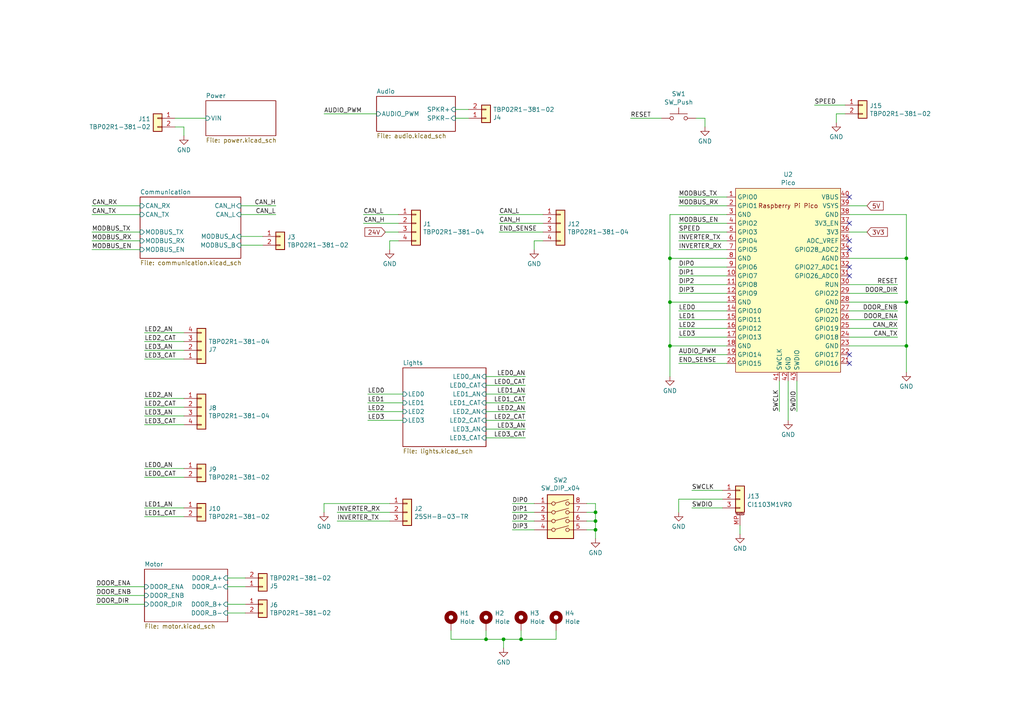
<source format=kicad_sch>
(kicad_sch (version 20230121) (generator eeschema)
  (paper "A4")
  (lib_symbols
    (symbol "Connector_Generic:Conn_01x02" (pin_names (offset 1.016) hide)
      (property "Reference" "J" (at 0 2.54 0))
      (property "Value" "Conn_01x02" (at 0 -5.08 0))
      (symbol "Conn_01x02_1_1"
        (rectangle (start -1.27 -2.413) (end 0 -2.667) (stroke (width 0.1524)))
        (rectangle (start -1.27 0.127) (end 0 -0.127) (stroke (width 0.1524)))
        (rectangle (start -1.27 1.27) (end 1.27 -3.81) (stroke (width 0.254)) (fill (type background)))
        (pin passive line (at -5.08 0 0) (length 3.81) (name "Pin_1") (number "1"))
        (pin passive line (at -5.08 -2.54 0) (length 3.81) (name "Pin_2") (number "2"))
      )
    )
    (symbol "Connector_Generic:Conn_01x03" (pin_names (offset 1.016) hide)
      (property "Reference" "J" (at 0 5.08 0))
      (property "Value" "Conn_01x03" (at 0 -5.08 0))
      (symbol "Conn_01x03_1_1"
        (rectangle (start -1.27 -2.413) (end 0 -2.667) (stroke (width 0.1524)))
        (rectangle (start -1.27 0.127) (end 0 -0.127) (stroke (width 0.1524)))
        (rectangle (start -1.27 2.667) (end 0 2.413) (stroke (width 0.1524)))
        (rectangle (start -1.27 3.81) (end 1.27 -3.81) (stroke (width 0.254)) (fill (type background)))
        (pin passive line (at -5.08 2.54 0) (length 3.81) (name "Pin_1") (number "1"))
        (pin passive line (at -5.08 0 0) (length 3.81) (name "Pin_2") (number "2"))
        (pin passive line (at -5.08 -2.54 0) (length 3.81) (name "Pin_3") (number "3"))
      )
    )
    (symbol "Connector_Generic:Conn_01x04" (pin_names (offset 1.016) hide)
      (property "Reference" "J" (at 0 5.08 0))
      (property "Value" "Conn_01x04" (at 0 -7.62 0))
      (symbol "Conn_01x04_1_1"
        (rectangle (start -1.27 -4.953) (end 0 -5.207) (stroke (width 0.1524)))
        (rectangle (start -1.27 -2.413) (end 0 -2.667) (stroke (width 0.1524)))
        (rectangle (start -1.27 0.127) (end 0 -0.127) (stroke (width 0.1524)))
        (rectangle (start -1.27 2.667) (end 0 2.413) (stroke (width 0.1524)))
        (rectangle (start -1.27 3.81) (end 1.27 -6.35) (stroke (width 0.254)) (fill (type background)))
        (pin passive line (at -5.08 2.54 0) (length 3.81) (name "Pin_1") (number "1"))
        (pin passive line (at -5.08 0 0) (length 3.81) (name "Pin_2") (number "2"))
        (pin passive line (at -5.08 -2.54 0) (length 3.81) (name "Pin_3") (number "3"))
        (pin passive line (at -5.08 -5.08 0) (length 3.81) (name "Pin_4") (number "4"))
      )
    )
    (symbol "Connector_Generic_MountingPin:Conn_01x03_MountingPin" (pin_names (offset 1.016) hide)
      (property "Reference" "J" (at 0 5.08 0))
      (property "Value" "Conn_01x03_MountingPin" (at 1.27 -5.08 0))
      (symbol "Conn_01x03_MountingPin_1_1"
        (rectangle (start -1.27 -2.413) (end 0 -2.667) (stroke (width 0.1524)))
        (rectangle (start -1.27 0.127) (end 0 -0.127) (stroke (width 0.1524)))
        (rectangle (start -1.27 2.667) (end 0 2.413) (stroke (width 0.1524)))
        (rectangle (start -1.27 3.81) (end 1.27 -3.81) (stroke (width 0.254)) (fill (type background)))
        (polyline (pts (xy -1.016 -4.572) (xy 1.016 -4.572)) (stroke (width 0.1524)))
        (text "Mounting" (at 0 -4.191 0) (effects (font (size 0.381 0.381))))
        (pin passive line (at -5.08 2.54 0) (length 3.81) (name "Pin_1") (number "1"))
        (pin passive line (at -5.08 0 0) (length 3.81) (name "Pin_2") (number "2"))
        (pin passive line (at -5.08 -2.54 0) (length 3.81) (name "Pin_3") (number "3"))
        (pin passive line (at 0 -7.62 90) (length 3.048) (name "MountPin") (number "MP"))
      )
    )
    (symbol "MCU_RaspberryPi_and_Boards:Pico"
      (property "Reference" "U" (at -13.97 27.94 0))
      (property "Value" "Pico" (at 0 19.05 0))
      (symbol "Pico_0_0"
        (text "Raspberry Pi Pico" (at 0 21.59 0) (effects (font (size 1.27 1.27))))
      )
      (symbol "Pico_0_1"
        (rectangle (start -15.24 26.67) (end 15.24 -26.67) (fill (type background)))
      )
      (symbol "Pico_1_1"
        (pin bidirectional line (at -17.78 24.13 0) (length 2.54) (name "GPIO0") (number "1"))
        (pin bidirectional line (at -17.78 1.27 0) (length 2.54) (name "GPIO7") (number "10"))
        (pin bidirectional line (at -17.78 -1.27 0) (length 2.54) (name "GPIO8") (number "11"))
        (pin bidirectional line (at -17.78 -3.81 0) (length 2.54) (name "GPIO9") (number "12"))
        (pin power_in line (at -17.78 -6.35 0) (length 2.54) (name "GND") (number "13"))
        (pin bidirectional line (at -17.78 -8.89 0) (length 2.54) (name "GPIO10") (number "14"))
        (pin bidirectional line (at -17.78 -11.43 0) (length 2.54) (name "GPIO11") (number "15"))
        (pin bidirectional line (at -17.78 -13.97 0) (length 2.54) (name "GPIO12") (number "16"))
        (pin bidirectional line (at -17.78 -16.51 0) (length 2.54) (name "GPIO13") (number "17"))
        (pin power_in line (at -17.78 -19.05 0) (length 2.54) (name "GND") (number "18"))
        (pin bidirectional line (at -17.78 -21.59 0) (length 2.54) (name "GPIO14") (number "19"))
        (pin bidirectional line (at -17.78 21.59 0) (length 2.54) (name "GPIO1") (number "2"))
        (pin bidirectional line (at -17.78 -24.13 0) (length 2.54) (name "GPIO15") (number "20"))
        (pin bidirectional line (at 17.78 -24.13 180) (length 2.54) (name "GPIO16") (number "21"))
        (pin bidirectional line (at 17.78 -21.59 180) (length 2.54) (name "GPIO17") (number "22"))
        (pin power_in line (at 17.78 -19.05 180) (length 2.54) (name "GND") (number "23"))
        (pin bidirectional line (at 17.78 -16.51 180) (length 2.54) (name "GPIO18") (number "24"))
        (pin bidirectional line (at 17.78 -13.97 180) (length 2.54) (name "GPIO19") (number "25"))
        (pin bidirectional line (at 17.78 -11.43 180) (length 2.54) (name "GPIO20") (number "26"))
        (pin bidirectional line (at 17.78 -8.89 180) (length 2.54) (name "GPIO21") (number "27"))
        (pin power_in line (at 17.78 -6.35 180) (length 2.54) (name "GND") (number "28"))
        (pin bidirectional line (at 17.78 -3.81 180) (length 2.54) (name "GPIO22") (number "29"))
        (pin power_in line (at -17.78 19.05 0) (length 2.54) (name "GND") (number "3"))
        (pin input line (at 17.78 -1.27 180) (length 2.54) (name "RUN") (number "30"))
        (pin bidirectional line (at 17.78 1.27 180) (length 2.54) (name "GPIO26_ADC0") (number "31"))
        (pin bidirectional line (at 17.78 3.81 180) (length 2.54) (name "GPIO27_ADC1") (number "32"))
        (pin power_in line (at 17.78 6.35 180) (length 2.54) (name "AGND") (number "33"))
        (pin bidirectional line (at 17.78 8.89 180) (length 2.54) (name "GPIO28_ADC2") (number "34"))
        (pin power_in line (at 17.78 11.43 180) (length 2.54) (name "ADC_VREF") (number "35"))
        (pin power_in line (at 17.78 13.97 180) (length 2.54) (name "3V3") (number "36"))
        (pin input line (at 17.78 16.51 180) (length 2.54) (name "3V3_EN") (number "37"))
        (pin bidirectional line (at 17.78 19.05 180) (length 2.54) (name "GND") (number "38"))
        (pin power_in line (at 17.78 21.59 180) (length 2.54) (name "VSYS") (number "39"))
        (pin bidirectional line (at -17.78 16.51 0) (length 2.54) (name "GPIO2") (number "4"))
        (pin power_in line (at 17.78 24.13 180) (length 2.54) (name "VBUS") (number "40"))
        (pin input line (at -2.54 -29.21 90) (length 2.54) (name "SWCLK") (number "41"))
        (pin power_in line (at 0 -29.21 90) (length 2.54) (name "GND") (number "42"))
        (pin bidirectional line (at 2.54 -29.21 90) (length 2.54) (name "SWDIO") (number "43"))
        (pin bidirectional line (at -17.78 13.97 0) (length 2.54) (name "GPIO3") (number "5"))
        (pin bidirectional line (at -17.78 11.43 0) (length 2.54) (name "GPIO4") (number "6"))
        (pin bidirectional line (at -17.78 8.89 0) (length 2.54) (name "GPIO5") (number "7"))
        (pin power_in line (at -17.78 6.35 0) (length 2.54) (name "GND") (number "8"))
        (pin bidirectional line (at -17.78 3.81 0) (length 2.54) (name "GPIO6") (number "9"))
      )
    )
    (symbol "Mechanical:MountingHole_Pad" (pin_numbers hide) (pin_names (offset 1.016) hide)
      (property "Reference" "H" (at 0 6.35 0))
      (property "Value" "MountingHole_Pad" (at 0 4.445 0))
      (symbol "MountingHole_Pad_0_1"
        (circle (center 0 1.27) (radius 1.27) (stroke (width 1.27)))
      )
      (symbol "MountingHole_Pad_1_1"
        (pin input line (at 0 -2.54 90) (length 2.54) (name "1") (number "1"))
      )
    )
    (symbol "Switch:SW_DIP_x04" (pin_names (offset 0) hide)
      (property "Reference" "SW" (at 0 8.89 0))
      (property "Value" "SW_DIP_x04" (at 0 -6.35 0))
      (symbol "SW_DIP_x04_0_0"
        (circle (center -2.032 -2.54) (radius 0.508))
        (circle (center -2.032 0) (radius 0.508))
        (circle (center -2.032 2.54) (radius 0.508))
        (circle (center -2.032 5.08) (radius 0.508))
        (polyline (pts (xy -1.524 -2.3876) (xy 2.3622 -1.3462)))
        (polyline (pts (xy -1.524 0.127) (xy 2.3622 1.1684)))
        (polyline (pts (xy -1.524 2.667) (xy 2.3622 3.7084)))
        (polyline (pts (xy -1.524 5.207) (xy 2.3622 6.2484)))
        (circle (center 2.032 -2.54) (radius 0.508))
        (circle (center 2.032 0) (radius 0.508))
        (circle (center 2.032 2.54) (radius 0.508))
        (circle (center 2.032 5.08) (radius 0.508))
      )
      (symbol "SW_DIP_x04_0_1"
        (rectangle (start -3.81 7.62) (end 3.81 -5.08) (stroke (width 0.254)) (fill (type background)))
      )
      (symbol "SW_DIP_x04_1_1"
        (pin passive line (at -7.62 5.08 0) (length 5.08) (name "~") (number "1"))
        (pin passive line (at -7.62 2.54 0) (length 5.08) (name "~") (number "2"))
        (pin passive line (at -7.62 0 0) (length 5.08) (name "~") (number "3"))
        (pin passive line (at -7.62 -2.54 0) (length 5.08) (name "~") (number "4"))
        (pin passive line (at 7.62 -2.54 180) (length 5.08) (name "~") (number "5"))
        (pin passive line (at 7.62 0 180) (length 5.08) (name "~") (number "6"))
        (pin passive line (at 7.62 2.54 180) (length 5.08) (name "~") (number "7"))
        (pin passive line (at 7.62 5.08 180) (length 5.08) (name "~") (number "8"))
      )
    )
    (symbol "Switch:SW_Push" (pin_numbers hide) (pin_names (offset 1.016) hide)
      (property "Reference" "SW" (at 1.27 2.54 0))
      (property "Value" "SW_Push" (at 0 -1.524 0))
      (symbol "SW_Push_0_1"
        (circle (center -2.032 0) (radius 0.508))
        (polyline (pts (xy 0 1.27) (xy 0 3.048)))
        (polyline (pts (xy 2.54 1.27) (xy -2.54 1.27)))
        (circle (center 2.032 0) (radius 0.508))
        (pin passive line (at -5.08 0 0) (length 2.54) (name "1") (number "1"))
        (pin passive line (at 5.08 0 180) (length 2.54) (name "2") (number "2"))
      )
    )
    (symbol "power:GND" (power) (pin_names (offset 0))
      (property "Value" "GND" (at 0 -3.81 0))
      (symbol "GND_0_1"
        (polyline (pts (xy 0 0) (xy 0 -1.27) (xy 1.27 -1.27) (xy 0 -2.54) (xy -1.27 -1.27) (xy 0 -1.27)))
      )
      (symbol "GND_1_1"
        (pin power_in line (at 0 0 270) (length 0) hide (name "GND") (number "1"))
      )
    )
  )
  (junction (at 151.13 185.42))
  (junction (at 172.72 148.59))
  (junction (at 194.31 100.33))
  (junction (at 140.97 185.42))
  (junction (at 262.89 87.63))
  (junction (at 262.89 100.33))
  (junction (at 172.72 151.13))
  (junction (at 146.05 185.42))
  (junction (at 262.89 74.93))
  (junction (at 172.72 153.67))
  (junction (at 194.31 87.63))
  (junction (at 194.31 74.93))
  (no_connect (at 246.38 105.41))
  (no_connect (at 246.38 69.85))
  (no_connect (at 246.38 80.01))
  (no_connect (at 246.38 72.39))
  (no_connect (at 246.38 77.47))
  (no_connect (at 246.38 64.77))
  (no_connect (at 246.38 102.87))
  (no_connect (at 246.38 57.15))
  (wire (pts (xy 246.38 87.63) (xy 262.89 87.63)))
  (wire (pts (xy 26.67 67.31) (xy 40.64 67.31)))
  (wire (pts (xy 27.94 170.18) (xy 41.91 170.18)))
  (wire (pts (xy 152.4 111.76) (xy 140.97 111.76)))
  (wire (pts (xy 151.13 182.88) (xy 151.13 185.42)))
  (wire (pts (xy 135.89 31.75) (xy 132.08 31.75)))
  (wire (pts (xy 262.89 100.33) (xy 262.89 107.95)))
  (wire (pts (xy 97.79 151.13) (xy 113.03 151.13)))
  (wire (pts (xy 196.85 92.71) (xy 210.82 92.71)))
  (wire (pts (xy 196.85 69.85) (xy 210.82 69.85)))
  (wire (pts (xy 196.85 72.39) (xy 210.82 72.39)))
  (wire (pts (xy 196.85 95.25) (xy 210.82 95.25)))
  (wire (pts (xy 80.01 62.23) (xy 69.85 62.23)))
  (wire (pts (xy 152.4 124.46) (xy 140.97 124.46)))
  (wire (pts (xy 113.03 69.85) (xy 113.03 72.39)))
  (wire (pts (xy 26.67 72.39) (xy 40.64 72.39)))
  (wire (pts (xy 170.18 153.67) (xy 172.72 153.67)))
  (wire (pts (xy 196.85 85.09) (xy 210.82 85.09)))
  (wire (pts (xy 210.82 62.23) (xy 194.31 62.23)))
  (wire (pts (xy 246.38 95.25) (xy 260.35 95.25)))
  (wire (pts (xy 40.64 59.69) (xy 26.67 59.69)))
  (wire (pts (xy 210.82 102.87) (xy 196.85 102.87)))
  (wire (pts (xy 228.6 110.49) (xy 228.6 121.92)))
  (wire (pts (xy 194.31 100.33) (xy 210.82 100.33)))
  (wire (pts (xy 66.04 175.26) (xy 71.12 175.26)))
  (wire (pts (xy 40.64 62.23) (xy 26.67 62.23)))
  (wire (pts (xy 140.97 185.42) (xy 146.05 185.42)))
  (wire (pts (xy 201.93 34.29) (xy 204.47 34.29)))
  (wire (pts (xy 113.03 146.05) (xy 93.98 146.05)))
  (wire (pts (xy 41.91 123.19) (xy 53.34 123.19)))
  (wire (pts (xy 196.85 105.41) (xy 210.82 105.41)))
  (wire (pts (xy 172.72 151.13) (xy 172.72 153.67)))
  (wire (pts (xy 196.85 59.69) (xy 210.82 59.69)))
  (wire (pts (xy 152.4 119.38) (xy 140.97 119.38)))
  (wire (pts (xy 161.29 182.88) (xy 161.29 185.42)))
  (wire (pts (xy 194.31 74.93) (xy 194.31 87.63)))
  (wire (pts (xy 260.35 85.09) (xy 246.38 85.09)))
  (wire (pts (xy 170.18 146.05) (xy 172.72 146.05)))
  (wire (pts (xy 152.4 116.84) (xy 140.97 116.84)))
  (wire (pts (xy 262.89 87.63) (xy 262.89 100.33)))
  (wire (pts (xy 130.81 185.42) (xy 140.97 185.42)))
  (wire (pts (xy 41.91 101.6) (xy 53.34 101.6)))
  (wire (pts (xy 53.34 36.83) (xy 53.34 39.37)))
  (wire (pts (xy 246.38 59.69) (xy 251.46 59.69)))
  (wire (pts (xy 80.01 59.69) (xy 69.85 59.69)))
  (wire (pts (xy 148.59 151.13) (xy 154.94 151.13)))
  (wire (pts (xy 172.72 148.59) (xy 172.72 151.13)))
  (wire (pts (xy 262.89 74.93) (xy 262.89 87.63)))
  (wire (pts (xy 154.94 69.85) (xy 154.94 72.39)))
  (wire (pts (xy 50.8 34.29) (xy 59.69 34.29)))
  (wire (pts (xy 246.38 74.93) (xy 262.89 74.93)))
  (wire (pts (xy 41.91 115.57) (xy 53.34 115.57)))
  (wire (pts (xy 200.66 142.24) (xy 209.55 142.24)))
  (wire (pts (xy 194.31 62.23) (xy 194.31 74.93)))
  (wire (pts (xy 106.68 114.3) (xy 116.84 114.3)))
  (wire (pts (xy 246.38 67.31) (xy 251.46 67.31)))
  (wire (pts (xy 66.04 177.8) (xy 71.12 177.8)))
  (wire (pts (xy 157.48 69.85) (xy 154.94 69.85)))
  (wire (pts (xy 209.55 144.78) (xy 196.85 144.78)))
  (wire (pts (xy 245.11 33.02) (xy 242.57 33.02)))
  (wire (pts (xy 194.31 87.63) (xy 210.82 87.63)))
  (wire (pts (xy 226.06 110.49) (xy 226.06 119.38)))
  (wire (pts (xy 194.31 74.93) (xy 210.82 74.93)))
  (wire (pts (xy 41.91 135.89) (xy 53.34 135.89)))
  (wire (pts (xy 194.31 87.63) (xy 194.31 100.33)))
  (wire (pts (xy 204.47 34.29) (xy 204.47 36.83)))
  (wire (pts (xy 27.94 175.26) (xy 41.91 175.26)))
  (wire (pts (xy 148.59 146.05) (xy 154.94 146.05)))
  (wire (pts (xy 170.18 151.13) (xy 172.72 151.13)))
  (wire (pts (xy 246.38 82.55) (xy 260.35 82.55)))
  (wire (pts (xy 210.82 67.31) (xy 196.85 67.31)))
  (wire (pts (xy 246.38 92.71) (xy 260.35 92.71)))
  (wire (pts (xy 246.38 97.79) (xy 260.35 97.79)))
  (wire (pts (xy 106.68 121.92) (xy 116.84 121.92)))
  (wire (pts (xy 144.78 67.31) (xy 157.48 67.31)))
  (wire (pts (xy 148.59 148.59) (xy 154.94 148.59)))
  (wire (pts (xy 196.85 97.79) (xy 210.82 97.79)))
  (wire (pts (xy 161.29 185.42) (xy 151.13 185.42)))
  (wire (pts (xy 172.72 153.67) (xy 172.72 156.21)))
  (wire (pts (xy 242.57 33.02) (xy 242.57 35.56)))
  (wire (pts (xy 106.68 116.84) (xy 116.84 116.84)))
  (wire (pts (xy 50.8 36.83) (xy 53.34 36.83)))
  (wire (pts (xy 196.85 80.01) (xy 210.82 80.01)))
  (wire (pts (xy 106.68 119.38) (xy 116.84 119.38)))
  (wire (pts (xy 214.63 152.4) (xy 214.63 154.94)))
  (wire (pts (xy 196.85 144.78) (xy 196.85 148.59)))
  (wire (pts (xy 152.4 121.92) (xy 140.97 121.92)))
  (wire (pts (xy 148.59 153.67) (xy 154.94 153.67)))
  (wire (pts (xy 196.85 64.77) (xy 210.82 64.77)))
  (wire (pts (xy 196.85 77.47) (xy 210.82 77.47)))
  (wire (pts (xy 246.38 62.23) (xy 262.89 62.23)))
  (wire (pts (xy 135.89 34.29) (xy 132.08 34.29)))
  (wire (pts (xy 191.77 34.29) (xy 182.88 34.29)))
  (wire (pts (xy 236.22 30.48) (xy 245.11 30.48)))
  (wire (pts (xy 196.85 82.55) (xy 210.82 82.55)))
  (wire (pts (xy 93.98 146.05) (xy 93.98 148.59)))
  (wire (pts (xy 152.4 109.22) (xy 140.97 109.22)))
  (wire (pts (xy 66.04 170.18) (xy 71.12 170.18)))
  (wire (pts (xy 41.91 104.14) (xy 53.34 104.14)))
  (wire (pts (xy 41.91 147.32) (xy 53.34 147.32)))
  (wire (pts (xy 196.85 57.15) (xy 210.82 57.15)))
  (wire (pts (xy 146.05 185.42) (xy 146.05 187.96)))
  (wire (pts (xy 105.41 62.23) (xy 115.57 62.23)))
  (wire (pts (xy 69.85 68.58) (xy 76.2 68.58)))
  (wire (pts (xy 130.81 182.88) (xy 130.81 185.42)))
  (wire (pts (xy 144.78 62.23) (xy 157.48 62.23)))
  (wire (pts (xy 246.38 100.33) (xy 262.89 100.33)))
  (wire (pts (xy 41.91 96.52) (xy 53.34 96.52)))
  (wire (pts (xy 41.91 120.65) (xy 53.34 120.65)))
  (wire (pts (xy 172.72 146.05) (xy 172.72 148.59)))
  (wire (pts (xy 144.78 64.77) (xy 157.48 64.77)))
  (wire (pts (xy 66.04 167.64) (xy 71.12 167.64)))
  (wire (pts (xy 115.57 69.85) (xy 113.03 69.85)))
  (wire (pts (xy 194.31 100.33) (xy 194.31 109.22)))
  (wire (pts (xy 196.85 90.17) (xy 210.82 90.17)))
  (wire (pts (xy 262.89 62.23) (xy 262.89 74.93)))
  (wire (pts (xy 152.4 114.3) (xy 140.97 114.3)))
  (wire (pts (xy 97.79 148.59) (xy 113.03 148.59)))
  (wire (pts (xy 170.18 148.59) (xy 172.72 148.59)))
  (wire (pts (xy 246.38 90.17) (xy 260.35 90.17)))
  (wire (pts (xy 26.67 69.85) (xy 40.64 69.85)))
  (wire (pts (xy 41.91 99.06) (xy 53.34 99.06)))
  (wire (pts (xy 200.66 147.32) (xy 209.55 147.32)))
  (wire (pts (xy 111.76 67.31) (xy 115.57 67.31)))
  (wire (pts (xy 105.41 64.77) (xy 115.57 64.77)))
  (wire (pts (xy 140.97 182.88) (xy 140.97 185.42)))
  (wire (pts (xy 69.85 71.12) (xy 76.2 71.12)))
  (wire (pts (xy 27.94 172.72) (xy 41.91 172.72)))
  (wire (pts (xy 41.91 149.86) (xy 53.34 149.86)))
  (wire (pts (xy 109.22 33.02) (xy 93.98 33.02)))
  (wire (pts (xy 152.4 127) (xy 140.97 127)))
  (wire (pts (xy 41.91 118.11) (xy 53.34 118.11)))
  (wire (pts (xy 231.14 110.49) (xy 231.14 119.38)))
  (wire (pts (xy 151.13 185.42) (xy 146.05 185.42)))
  (wire (pts (xy 41.91 138.43) (xy 53.34 138.43)))
  (label "DIP2" (at 148.59 151.13 0))
  (label "CAN_TX" (at 26.67 62.23 0))
  (label "CAN_L" (at 105.41 62.23 0))
  (label "DIP3" (at 148.59 153.67 0))
  (label "DOOR_ENB" (at 260.35 90.17 180))
  (label "RESET" (at 182.88 34.29 0))
  (label "INVERTER_RX" (at 97.79 148.59 0))
  (label "DIP0" (at 148.59 146.05 0))
  (label "LED1_AN" (at 41.91 147.32 0))
  (label "MODBUS_RX" (at 26.67 69.85 0))
  (label "DOOR_DIR" (at 260.35 85.09 180))
  (label "MODBUS_TX" (at 26.67 67.31 0))
  (label "LED3_AN" (at 41.91 120.65 0))
  (label "LED1" (at 106.68 116.84 0))
  (label "LED0_AN" (at 152.4 109.22 180))
  (label "SWDIO" (at 231.14 119.38 90))
  (label "LED3_CAT" (at 41.91 104.14 0))
  (label "MODBUS_TX" (at 196.85 57.15 0))
  (label "AUDIO_PWM" (at 196.85 102.87 0))
  (label "DIP1" (at 196.85 80.01 0))
  (label "LED0_CAT" (at 152.4 111.76 180))
  (label "RESET" (at 260.35 82.55 180))
  (label "END_SENSE" (at 196.85 105.41 0))
  (label "DOOR_ENA" (at 27.94 170.18 0))
  (label "CAN_RX" (at 260.35 95.25 180))
  (label "LED3" (at 196.85 97.79 0))
  (label "CAN_H" (at 105.41 64.77 0))
  (label "END_SENSE" (at 144.78 67.31 0))
  (label "CAN_H" (at 144.78 64.77 0))
  (label "LED2_CAT" (at 41.91 99.06 0))
  (label "SWCLK" (at 200.66 142.24 0))
  (label "LED2" (at 196.85 95.25 0))
  (label "DIP2" (at 196.85 82.55 0))
  (label "LED1_AN" (at 152.4 114.3 180))
  (label "MODBUS_EN" (at 196.85 64.77 0))
  (label "LED0" (at 196.85 90.17 0))
  (label "LED3" (at 106.68 121.92 0))
  (label "CAN_TX" (at 260.35 97.79 180))
  (label "INVERTER_TX" (at 97.79 151.13 0))
  (label "LED0_AN" (at 41.91 135.89 0))
  (label "SPEED" (at 236.22 30.48 0))
  (label "DOOR_ENB" (at 27.94 172.72 0))
  (label "DIP3" (at 196.85 85.09 0))
  (label "INVERTER_TX" (at 196.85 69.85 0))
  (label "LED1_CAT" (at 41.91 149.86 0))
  (label "LED0_CAT" (at 41.91 138.43 0))
  (label "CAN_L" (at 80.01 62.23 180))
  (label "DOOR_ENA" (at 260.35 92.71 180))
  (label "LED0" (at 106.68 114.3 0))
  (label "LED3_CAT" (at 41.91 123.19 0))
  (label "SWDIO" (at 200.66 147.32 0))
  (label "CAN_H" (at 80.01 59.69 180))
  (label "LED1_CAT" (at 152.4 116.84 180))
  (label "LED1" (at 196.85 92.71 0))
  (label "MODBUS_EN" (at 26.67 72.39 0))
  (label "LED2_AN" (at 41.91 115.57 0))
  (label "MODBUS_RX" (at 196.85 59.69 0))
  (label "LED2_AN" (at 152.4 119.38 180))
  (label "LED2_AN" (at 41.91 96.52 0))
  (label "CAN_L" (at 144.78 62.23 0))
  (label "LED2" (at 106.68 119.38 0))
  (label "CAN_RX" (at 26.67 59.69 0))
  (label "DIP1" (at 148.59 148.59 0))
  (label "LED2_CAT" (at 41.91 118.11 0))
  (label "LED2_CAT" (at 152.4 121.92 180))
  (label "INVERTER_RX" (at 196.85 72.39 0))
  (label "DOOR_DIR" (at 27.94 175.26 0))
  (label "LED3_CAT" (at 152.4 127 180))
  (label "DIP0" (at 196.85 77.47 0))
  (label "AUDIO_PWM" (at 93.98 33.02 0))
  (label "SWCLK" (at 226.06 119.38 90))
  (label "LED3_AN" (at 41.91 101.6 0))
  (label "LED3_AN" (at 152.4 124.46 180))
  (label "SPEED" (at 196.85 67.31 0))
  (global_label "24V" (shape input) (at 111.76 67.31 180) (property "Intersheetrefs" "${INTERSHEET_REFS}" (effects hide)))
  (global_label "5V" (shape input) (at 251.46 59.69 0) (property "Intersheetrefs" "${INTERSHEET_REFS}" (effects hide)))
  (global_label "3V3" (shape input) (at 251.46 67.31 0) (property "Intersheetrefs" "${INTERSHEET_REFS}" (effects hide)))
  (symbol (lib_id "Switch:SW_DIP_x04") (at 162.56 151.13 0) (unit 1)
    (property "Reference" "SW2" (at 162.56 139.2682 0))
    (property "Value" "SW_DIP_x04" (at 162.56 141.5796 0))
    (property "Footprint" "Button_Switch_THT:SW_DIP_SPSTx04_Slide_9.78x12.34mm_W7.62mm_P2.54mm" (effects hide))
    (property "DigiKey P/N" "2223-DS01C-254-L-04BE-ND" (effects hide))
  )
  (symbol (lib_id "Connector_Generic:Conn_01x02") (at 45.72 34.29 0) (mirror y) (unit 1)
    (property "Reference" "J11" (at 43.688 34.4932 0) (effects (justify left)))
    (property "Value" "TBP02R1-381-02" (at 43.688 36.8046 0) (effects (justify left)))
    (property "Footprint" "Connector_Phoenix_MC:PhoenixContact_MC_1,5_2-G-3.81_1x02_P3.81mm_Horizontal" (effects hide))
    (property "DigiKey P/N" "102-6480-ND" (effects hide))
  )
  (symbol (lib_id "Connector_Generic:Conn_01x04") (at 162.56 64.77 0) (unit 1)
    (property "Reference" "J12" (at 164.592 64.9732 0) (effects (justify left)))
    (property "Value" "TBP02R1-381-04" (at 164.592 67.2846 0) (effects (justify left)))
    (property "Footprint" "Connector_Phoenix_MC:PhoenixContact_MC_1,5_4-G-3.81_1x04_P3.81mm_Horizontal" (effects hide))
    (property "DigiKey P/N" "102-6482-ND" (effects hide))
  )
  (symbol (lib_id "Connector_Generic:Conn_01x02") (at 58.42 147.32 0) (unit 1)
    (property "Reference" "J10" (at 60.452 147.5232 0) (effects (justify left)))
    (property "Value" "TBP02R1-381-02" (at 60.452 149.8346 0) (effects (justify left)))
    (property "Footprint" "Connector_Phoenix_MC:PhoenixContact_MC_1,5_2-G-3.81_1x02_P3.81mm_Horizontal" (effects hide))
    (property "DigiKey P/N" "102-6480-ND" (effects hide))
  )
  (symbol (lib_id "power:GND") (at 146.05 187.96 0) (unit 1)
    (property "Reference" "#PWR040" (effects hide))
    (property "Value" "GND" (at 146.05 192.0931 0))
  )
  (symbol (lib_id "Connector_Generic:Conn_01x02") (at 76.2 175.26 0) (unit 1)
    (property "Reference" "J6" (at 78.232 175.4632 0) (effects (justify left)))
    (property "Value" "TBP02R1-381-02" (at 78.232 177.7746 0) (effects (justify left)))
    (property "Footprint" "Connector_Phoenix_MC:PhoenixContact_MC_1,5_2-G-3.81_1x02_P3.81mm_Horizontal" (effects hide))
    (property "DigiKey P/N" "102-6480-ND" (effects hide))
  )
  (symbol (lib_id "Connector_Generic:Conn_01x02") (at 58.42 135.89 0) (unit 1)
    (property "Reference" "J9" (at 60.452 136.0932 0) (effects (justify left)))
    (property "Value" "TBP02R1-381-02" (at 60.452 138.4046 0) (effects (justify left)))
    (property "Footprint" "Connector_Phoenix_MC:PhoenixContact_MC_1,5_2-G-3.81_1x02_P3.81mm_Horizontal" (effects hide))
    (property "DigiKey P/N" "102-6480-ND" (effects hide))
  )
  (symbol (lib_id "Connector_Generic:Conn_01x02") (at 76.2 170.18 0) (mirror x) (unit 1)
    (property "Reference" "J5" (at 78.232 169.9768 0) (effects (justify left)))
    (property "Value" "TBP02R1-381-02" (at 78.232 167.6654 0) (effects (justify left)))
    (property "Footprint" "Connector_Phoenix_MC:PhoenixContact_MC_1,5_2-G-3.81_1x02_P3.81mm_Horizontal" (effects hide))
    (property "DigiKey P/N" "102-6480-ND" (effects hide))
  )
  (symbol (lib_id "power:GND") (at 204.47 36.83 0) (mirror y) (unit 1)
    (property "Reference" "#PWR045" (effects hide))
    (property "Value" "GND" (at 204.47 40.9631 0))
  )
  (symbol (lib_id "Connector_Generic:Conn_01x02") (at 250.19 30.48 0) (unit 1)
    (property "Reference" "J15" (at 252.222 30.6832 0) (effects (justify left)))
    (property "Value" "TBP02R1-381-02" (at 252.222 32.9946 0) (effects (justify left)))
    (property "Footprint" "Connector_Phoenix_MC:PhoenixContact_MC_1,5_2-G-3.81_1x02_P3.81mm_Horizontal" (effects hide))
    (property "DigiKey P/N" "102-6480-ND" (effects hide))
  )
  (symbol (lib_id "power:GND") (at 113.03 72.39 0) (unit 1)
    (property "Reference" "#PWR037" (effects hide))
    (property "Value" "GND" (at 113.03 76.5231 0))
  )
  (symbol (lib_id "Mechanical:MountingHole_Pad") (at 130.81 180.34 0) (unit 1)
    (property "Reference" "H1" (at 133.35 177.8579 0) (effects (justify left)))
    (property "Value" "Hole" (at 133.35 180.2821 0) (effects (justify left)))
    (property "Footprint" "MountingHole:MountingHole_3.5mm_Pad" (effects hide))
  )
  (symbol (lib_id "MCU_RaspberryPi_and_Boards:Pico") (at 228.6 81.28 0) (unit 1)
    (property "Reference" "U2" (at 228.6 50.5927 0))
    (property "Value" "Pico" (at 228.6 53.0169 0))
    (property "Footprint" "link_model:RPi_Pico_SMD_TH_no_labels" (effects hide))
    (property "DigiKey P/N" "2648-SC0915CT-ND" (effects hide))
  )
  (symbol (lib_id "Connector_Generic:Conn_01x04") (at 58.42 118.11 0) (unit 1)
    (property "Reference" "J8" (at 60.452 118.3132 0) (effects (justify left)))
    (property "Value" "TBP02R1-381-04" (at 60.452 120.6246 0) (effects (justify left)))
    (property "Footprint" "Connector_Phoenix_MC:PhoenixContact_MC_1,5_4-G-3.81_1x04_P3.81mm_Horizontal" (effects hide))
    (property "DigiKey P/N" "102-6482-ND" (effects hide))
  )
  (symbol (lib_id "Connector_Generic_MountingPin:Conn_01x03_MountingPin") (at 214.63 144.78 0) (unit 1)
    (property "Reference" "J13" (at 216.662 143.9235 0) (effects (justify left)))
    (property "Value" "CI1103M1VR0" (at 216.662 146.3477 0) (effects (justify left)))
    (property "Footprint" "Connector_JST:JST_SH_BM03B-SRSS-TB_1x03-1MP_P1.00mm_Vertical" (effects hide))
    (property "DigiKey P/N" "2987-CI1103M1VR0-NHCT-ND" (effects hide))
  )
  (symbol (lib_id "power:GND") (at 214.63 154.94 0) (unit 1)
    (property "Reference" "#PWR038" (effects hide))
    (property "Value" "GND" (at 214.63 159.0731 0))
  )
  (symbol (lib_id "power:GND") (at 228.6 121.92 0) (unit 1)
    (property "Reference" "#PWR01" (effects hide))
    (property "Value" "GND" (at 228.6 126.0531 0))
  )
  (symbol (lib_id "power:GND") (at 262.89 107.95 0) (unit 1)
    (property "Reference" "#PWR05" (effects hide))
    (property "Value" "GND" (at 262.89 112.0831 0))
  )
  (symbol (lib_id "Switch:SW_Push") (at 196.85 34.29 0) (mirror y) (unit 1)
    (property "Reference" "SW1" (at 196.85 27.2247 0))
    (property "Value" "SW_Push" (at 196.85 29.6489 0))
    (property "Footprint" "Button_Switch_THT:SW_PUSH_6mm" (effects hide))
  )
  (symbol (lib_id "Connector_Generic:Conn_01x02") (at 140.97 34.29 0) (mirror x) (unit 1)
    (property "Reference" "J4" (at 143.002 34.0868 0) (effects (justify left)))
    (property "Value" "TBP02R1-381-02" (at 143.002 31.7754 0) (effects (justify left)))
    (property "Footprint" "Connector_Phoenix_MC:PhoenixContact_MC_1,5_2-G-3.81_1x02_P3.81mm_Horizontal" (effects hide))
    (property "DigiKey P/N" "102-6480-ND" (effects hide))
  )
  (symbol (lib_id "power:GND") (at 93.98 148.59 0) (unit 1)
    (property "Reference" "#PWR015" (effects hide))
    (property "Value" "GND" (at 93.98 152.7231 0))
  )
  (symbol (lib_id "Connector_Generic:Conn_01x02") (at 81.28 68.58 0) (unit 1)
    (property "Reference" "J3" (at 83.312 68.7832 0) (effects (justify left)))
    (property "Value" "TBP02R1-381-02" (at 83.312 71.0946 0) (effects (justify left)))
    (property "Footprint" "Connector_Phoenix_MC:PhoenixContact_MC_1,5_2-G-3.81_1x02_P3.81mm_Horizontal" (effects hide))
    (property "DigiKey P/N" "102-6480-ND" (effects hide))
  )
  (symbol (lib_id "power:GND") (at 53.34 39.37 0) (mirror y) (unit 1)
    (property "Reference" "#PWR010" (effects hide))
    (property "Value" "GND" (at 53.34 43.5031 0))
  )
  (symbol (lib_id "Mechanical:MountingHole_Pad") (at 161.29 180.34 0) (unit 1)
    (property "Reference" "H4" (at 163.83 177.8579 0) (effects (justify left)))
    (property "Value" "Hole" (at 163.83 180.2821 0) (effects (justify left)))
    (property "Footprint" "MountingHole:MountingHole_3.5mm_Pad" (effects hide))
  )
  (symbol (lib_id "Mechanical:MountingHole_Pad") (at 151.13 180.34 0) (unit 1)
    (property "Reference" "H3" (at 153.67 177.8579 0) (effects (justify left)))
    (property "Value" "Hole" (at 153.67 180.2821 0) (effects (justify left)))
    (property "Footprint" "MountingHole:MountingHole_3.5mm_Pad" (effects hide))
  )
  (symbol (lib_id "power:GND") (at 154.94 72.39 0) (unit 1)
    (property "Reference" "#PWR011" (effects hide))
    (property "Value" "GND" (at 154.94 76.5231 0))
  )
  (symbol (lib_id "power:GND") (at 242.57 35.56 0) (unit 1)
    (property "Reference" "#PWR04" (effects hide))
    (property "Value" "GND" (at 242.57 39.6931 0))
  )
  (symbol (lib_id "Connector_Generic:Conn_01x04") (at 120.65 64.77 0) (unit 1)
    (property "Reference" "J1" (at 122.682 64.9732 0) (effects (justify left)))
    (property "Value" "TBP02R1-381-04" (at 122.682 67.2846 0) (effects (justify left)))
    (property "Footprint" "Connector_Phoenix_MC:PhoenixContact_MC_1,5_4-G-3.81_1x04_P3.81mm_Horizontal" (effects hide))
    (property "DigiKey P/N" "102-6482-ND" (effects hide))
  )
  (symbol (lib_id "power:GND") (at 196.85 148.59 0) (unit 1)
    (property "Reference" "#PWR02" (effects hide))
    (property "Value" "GND" (at 196.85 152.7231 0))
  )
  (symbol (lib_id "power:GND") (at 172.72 156.21 0) (unit 1)
    (property "Reference" "#PWR019" (effects hide))
    (property "Value" "GND" (at 172.72 160.3431 0))
  )
  (symbol (lib_id "Mechanical:MountingHole_Pad") (at 140.97 180.34 0) (unit 1)
    (property "Reference" "H2" (at 143.51 177.8579 0) (effects (justify left)))
    (property "Value" "Hole" (at 143.51 180.2821 0) (effects (justify left)))
    (property "Footprint" "MountingHole:MountingHole_3.5mm_Pad" (effects hide))
  )
  (symbol (lib_id "Connector_Generic:Conn_01x03") (at 118.11 148.59 0) (unit 1)
    (property "Reference" "J2" (at 120.142 147.5232 0) (effects (justify left)))
    (property "Value" "25SH-B-03-TR" (at 120.142 149.8346 0) (effects (justify left)))
    (property "Footprint" "Connector_JST:JST_XH_S3B-XH-A_1x03_P2.50mm_Horizontal" (effects hide))
    (property "DigiKey P/N" "2057-25SH-B-03-TR-ND" (effects hide))
  )
  (symbol (lib_id "Connector_Generic:Conn_01x04") (at 58.42 101.6 0) (mirror x) (unit 1)
    (property "Reference" "J7" (at 60.452 101.3968 0) (effects (justify left)))
    (property "Value" "TBP02R1-381-04" (at 60.452 99.0854 0) (effects (justify left)))
    (property "Footprint" "Connector_Phoenix_MC:PhoenixContact_MC_1,5_4-G-3.81_1x04_P3.81mm_Horizontal" (effects hide))
    (property "DigiKey P/N" "102-6482-ND" (effects hide))
  )
  (symbol (lib_id "power:GND") (at 194.31 109.22 0) (unit 1)
    (property "Reference" "#PWR018" (effects hide))
    (property "Value" "GND" (at 194.31 113.3531 0))
  )
  (sheet (at 109.22 27.94) (size 22.86 10.16) (stroke (width 0.1524))
    (property "Sheetname" "Audio" (at 109.22 27.2284 0) (effects (justify left bottom)))
    (property "Sheetfile" "audio.kicad_sch" (at 109.22 38.6846 0) (effects (justify left top)))
    (pin "SPKR-" input (at 132.08 34.29 0))
    (pin "SPKR+" input (at 132.08 31.75 0))
    (pin "AUDIO_PWM" input (at 109.22 33.02 180))
  )
  (sheet (at 116.84 106.68) (size 24.13 22.86) (stroke (width 0.1524))
    (property "Sheetname" "Lights" (at 116.84 105.9684 0) (effects (justify left bottom)))
    (property "Sheetfile" "lights.kicad_sch" (at 116.84 130.1246 0) (effects (justify left top)))
    (pin "LED0_CAT" input (at 140.97 111.76 0))
    (pin "LED1" input (at 116.84 116.84 180))
    (pin "LED2" input (at 116.84 119.38 180))
    (pin "LED3_AN" input (at 140.97 124.46 0))
    (pin "LED3_CAT" input (at 140.97 127 0))
    (pin "LED1_AN" input (at 140.97 114.3 0))
    (pin "LED1_CAT" input (at 140.97 116.84 0))
    (pin "LED0" input (at 116.84 114.3 180))
    (pin "LED0_AN" input (at 140.97 109.22 0))
    (pin "LED2_AN" input (at 140.97 119.38 0))
    (pin "LED2_CAT" input (at 140.97 121.92 0))
    (pin "LED3" input (at 116.84 121.92 180))
  )
  (sheet (at 41.91 165.1) (size 24.13 15.24) (stroke (width 0.1524))
    (property "Sheetname" "Motor" (at 41.91 164.3884 0) (effects (justify left bottom)))
    (property "Sheetfile" "motor.kicad_sch" (at 41.91 180.9246 0) (effects (justify left top)))
    (pin "DOOR_ENB" input (at 41.91 172.72 180))
    (pin "DOOR_DIR" input (at 41.91 175.26 180))
    (pin "DOOR_ENA" input (at 41.91 170.18 180))
    (pin "DOOR_A-" input (at 66.04 170.18 0))
    (pin "DOOR_A+" input (at 66.04 167.64 0))
    (pin "DOOR_B+" input (at 66.04 175.26 0))
    (pin "DOOR_B-" input (at 66.04 177.8 0))
  )
  (sheet (at 40.64 57.15) (size 29.21 17.78) (stroke (width 0.1524))
    (property "Sheetname" "Communication" (at 40.64 56.4384 0) (effects (justify left bottom)))
    (property "Sheetfile" "communication.kicad_sch" (at 40.64 75.5146 0) (effects (justify left top)))
    (pin "CAN_H" input (at 69.85 59.69 0))
    (pin "CAN_L" input (at 69.85 62.23 0))
    (pin "MODBUS_B" input (at 69.85 71.12 0))
    (pin "MODBUS_A" input (at 69.85 68.58 0))
    (pin "MODBUS_TX" input (at 40.64 67.31 180))
    (pin "MODBUS_EN" input (at 40.64 72.39 180))
    (pin "MODBUS_RX" input (at 40.64 69.85 180))
    (pin "CAN_RX" input (at 40.64 59.69 180))
    (pin "CAN_TX" input (at 40.64 62.23 180))
  )
  (sheet (at 59.69 29.21) (size 20.32 10.16) (stroke (width 0.1524))
    (property "Sheetname" "Power" (at 59.69 28.4984 0) (effects (justify left bottom)))
    (property "Sheetfile" "power.kicad_sch" (at 59.69 39.9546 0) (effects (justify left top)))
    (pin "VIN" input (at 59.69 34.29 180))
  )
)
</source>
